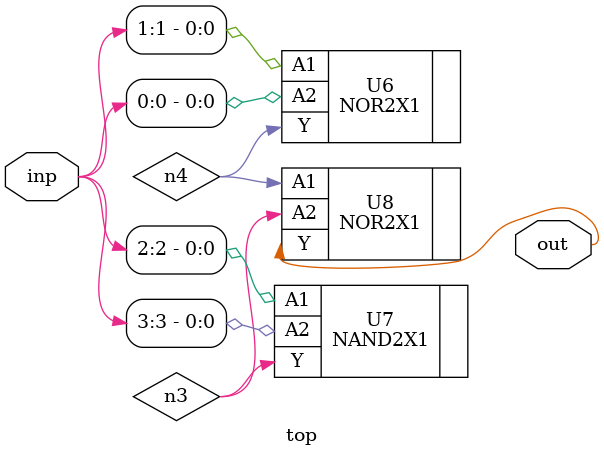
<source format=sv>


module top ( inp, out );
  input [3:0] inp;
  output out;
  wire   n3, n4;

  NOR2X1 U6 ( .A1(inp[1]), .A2(inp[0]), .Y(n4) );
  NAND2X1 U7 ( .A1(inp[2]), .A2(inp[3]), .Y(n3) );
  NOR2X1 U8 ( .A1(n4), .A2(n3), .Y(out) );
endmodule


</source>
